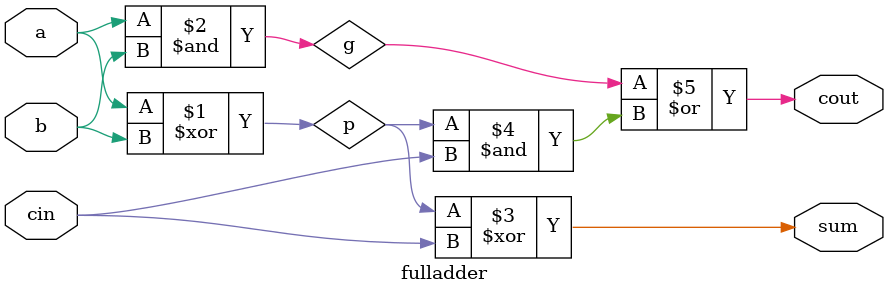
<source format=sv>
`timescale 1ns/1ps

module fulladder(input logic a, b, cin,
                 output logic sum, cout);

    logic p, g;

    assign p = a ^ b;
    assign g = a & b;

    assign sum = p ^ cin;
    assign cout = g | (p & cin);
endmodule

</source>
